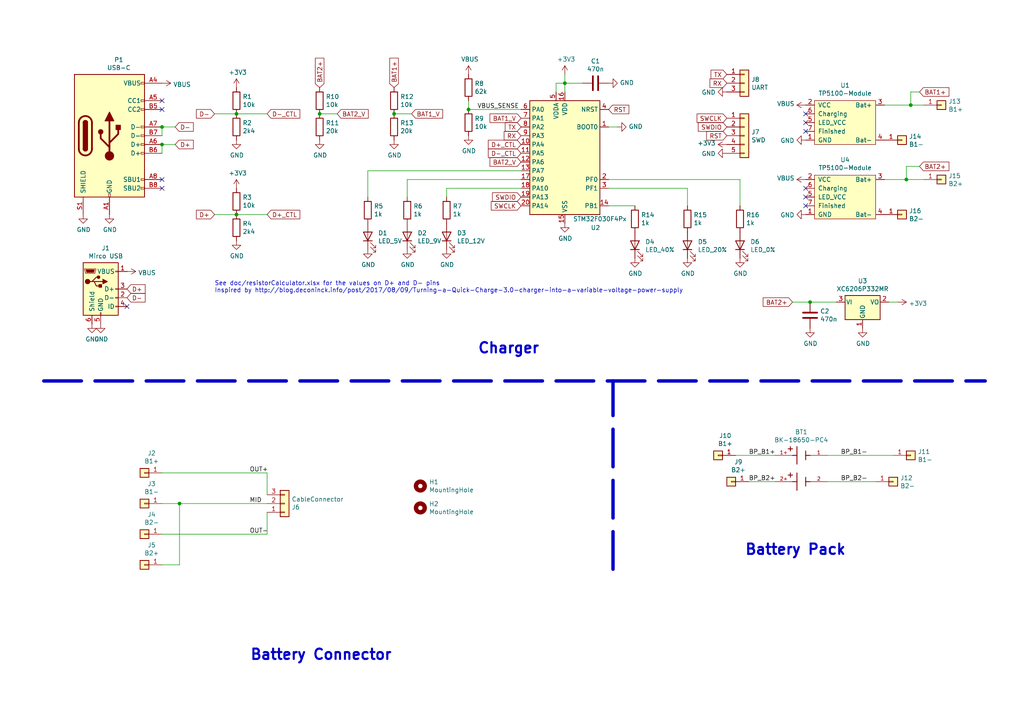
<source format=kicad_sch>
(kicad_sch (version 20211123) (generator eeschema)
  (paper "A4")
  (lib_symbols
    (symbol "Connector:USB_B_Micro" (pin_names (offset 1.016))
      (property "Reference" "J" (at -5.08 11.43 0))
      (property "Value" "USB_B_Micro" (at -5.08 8.89 0))
      (symbol "USB_B_Micro_0_1"
        (rectangle (start -5.08 -7.62) (end 5.08 7.62) (stroke (width 0.254)) (fill (type background)))
        (circle (center -3.81 2.159) (radius 0.635) (stroke (width 0.254)) (fill (type outline)))
        (circle (center -0.635 3.429) (radius 0.381) (stroke (width 0.254)) (fill (type outline)))
        (rectangle (start -0.127 -7.62) (end 0.127 -6.858))
        (polyline (pts (xy -1.905 2.159) (xy 0.635 2.159)) (stroke (width 0.254)))
        (polyline (pts (xy -3.175 2.159) (xy -2.54 2.159) (xy -1.27 3.429) (xy -0.635 3.429)) (stroke (width 0.254)))
        (polyline (pts (xy -2.54 2.159) (xy -1.905 2.159) (xy -1.27 0.889) (xy 0 0.889)) (stroke (width 0.254)))
        (polyline (pts (xy 0.635 2.794) (xy 0.635 1.524) (xy 1.905 2.159) (xy 0.635 2.794)) (stroke (width 0.254)) (fill (type outline)))
        (polyline (pts (xy -4.318 5.588) (xy -1.778 5.588) (xy -2.032 4.826) (xy -4.064 4.826) (xy -4.318 5.588)) (fill (type outline)))
        (polyline (pts (xy -4.699 5.842) (xy -4.699 5.588) (xy -4.445 4.826) (xy -4.445 4.572) (xy -1.651 4.572) (xy -1.651 4.826) (xy -1.397 5.588) (xy -1.397 5.842) (xy -4.699 5.842)))
        (rectangle (start 0.254 1.27) (end -0.508 0.508) (stroke (width 0.254)) (fill (type outline)))
        (rectangle (start 5.08 -5.207) (end 4.318 -4.953))
        (rectangle (start 5.08 -2.667) (end 4.318 -2.413))
        (rectangle (start 5.08 -0.127) (end 4.318 0.127))
        (rectangle (start 5.08 4.953) (end 4.318 5.207))
      )
      (symbol "USB_B_Micro_1_1"
        (pin power_out line (at 7.62 5.08 180) (length 2.54) (name "VBUS") (number "1"))
        (pin bidirectional line (at 7.62 -2.54 180) (length 2.54) (name "D-") (number "2"))
        (pin bidirectional line (at 7.62 0 180) (length 2.54) (name "D+") (number "3"))
        (pin passive line (at 7.62 -5.08 180) (length 2.54) (name "ID") (number "4"))
        (pin power_out line (at 0 -10.16 90) (length 2.54) (name "GND") (number "5"))
        (pin passive line (at -2.54 -10.16 90) (length 2.54) (name "Shield") (number "6"))
      )
    )
    (symbol "Connector:USB_C_Receptacle_USB2.0" (pin_names (offset 1.016))
      (property "Reference" "J" (at -10.16 19.05 0))
      (property "Value" "USB_C_Receptacle_USB2.0" (at 19.05 19.05 0))
      (symbol "USB_C_Receptacle_USB2.0_0_0"
        (rectangle (start -0.254 -17.78) (end 0.254 -16.764))
        (rectangle (start 10.16 -14.986) (end 9.144 -15.494))
        (rectangle (start 10.16 -12.446) (end 9.144 -12.954))
        (rectangle (start 10.16 -4.826) (end 9.144 -5.334))
        (rectangle (start 10.16 -2.286) (end 9.144 -2.794))
        (rectangle (start 10.16 0.254) (end 9.144 -0.254))
        (rectangle (start 10.16 2.794) (end 9.144 2.286))
        (rectangle (start 10.16 7.874) (end 9.144 7.366))
        (rectangle (start 10.16 10.414) (end 9.144 9.906))
        (rectangle (start 10.16 15.494) (end 9.144 14.986))
      )
      (symbol "USB_C_Receptacle_USB2.0_0_1"
        (rectangle (start -10.16 17.78) (end 10.16 -17.78) (stroke (width 0.254)) (fill (type background)))
        (arc (start -8.89 -3.81) (mid -6.985 -5.715) (end -5.08 -3.81) (stroke (width 0.508)))
        (arc (start -7.62 -3.81) (mid -6.985 -4.445) (end -6.35 -3.81) (stroke (width 0.254)))
        (arc (start -7.62 -3.81) (mid -6.985 -4.445) (end -6.35 -3.81) (stroke (width 0.254)) (fill (type outline)))
        (rectangle (start -7.62 -3.81) (end -6.35 3.81) (stroke (width 0.254)) (fill (type outline)))
        (arc (start -6.35 3.81) (mid -6.985 4.445) (end -7.62 3.81) (stroke (width 0.254)))
        (arc (start -6.35 3.81) (mid -6.985 4.445) (end -7.62 3.81) (stroke (width 0.254)) (fill (type outline)))
        (arc (start -5.08 3.81) (mid -6.985 5.715) (end -8.89 3.81) (stroke (width 0.508)))
        (circle (center -2.54 1.143) (radius 0.635) (stroke (width 0.254)) (fill (type outline)))
        (circle (center 0 -5.842) (radius 1.27) (fill (type outline)))
        (polyline (pts (xy -8.89 -3.81) (xy -8.89 3.81)) (stroke (width 0.508)))
        (polyline (pts (xy -5.08 3.81) (xy -5.08 -3.81)) (stroke (width 0.508)))
        (polyline (pts (xy 0 -5.842) (xy 0 4.318)) (stroke (width 0.508)))
        (polyline (pts (xy 0 -3.302) (xy -2.54 -0.762) (xy -2.54 0.508)) (stroke (width 0.508)))
        (polyline (pts (xy 0 -2.032) (xy 2.54 0.508) (xy 2.54 1.778)) (stroke (width 0.508)))
        (polyline (pts (xy -1.27 4.318) (xy 0 6.858) (xy 1.27 4.318) (xy -1.27 4.318)) (stroke (width 0.254)) (fill (type outline)))
        (rectangle (start 1.905 1.778) (end 3.175 3.048) (stroke (width 0.254)) (fill (type outline)))
      )
      (symbol "USB_C_Receptacle_USB2.0_1_1"
        (pin passive line (at 0 -22.86 90) (length 5.08) (name "GND") (number "A1"))
        (pin passive line (at 0 -22.86 90) (length 5.08) hide (name "GND") (number "A12"))
        (pin passive line (at 15.24 15.24 180) (length 5.08) (name "VBUS") (number "A4"))
        (pin bidirectional line (at 15.24 10.16 180) (length 5.08) (name "CC1") (number "A5"))
        (pin bidirectional line (at 15.24 -2.54 180) (length 5.08) (name "D+") (number "A6"))
        (pin bidirectional line (at 15.24 2.54 180) (length 5.08) (name "D-") (number "A7"))
        (pin bidirectional line (at 15.24 -12.7 180) (length 5.08) (name "SBU1") (number "A8"))
        (pin passive line (at 15.24 15.24 180) (length 5.08) hide (name "VBUS") (number "A9"))
        (pin passive line (at 0 -22.86 90) (length 5.08) hide (name "GND") (number "B1"))
        (pin passive line (at 0 -22.86 90) (length 5.08) hide (name "GND") (number "B12"))
        (pin passive line (at 15.24 15.24 180) (length 5.08) hide (name "VBUS") (number "B4"))
        (pin bidirectional line (at 15.24 7.62 180) (length 5.08) (name "CC2") (number "B5"))
        (pin bidirectional line (at 15.24 -5.08 180) (length 5.08) (name "D+") (number "B6"))
        (pin bidirectional line (at 15.24 0 180) (length 5.08) (name "D-") (number "B7"))
        (pin bidirectional line (at 15.24 -15.24 180) (length 5.08) (name "SBU2") (number "B8"))
        (pin passive line (at 15.24 15.24 180) (length 5.08) hide (name "VBUS") (number "B9"))
        (pin passive line (at -7.62 -22.86 90) (length 5.08) (name "SHIELD") (number "S1"))
      )
    )
    (symbol "Connector_Generic:Conn_01x01" (pin_names (offset 1.016) hide)
      (property "Reference" "J" (at 0 2.54 0))
      (property "Value" "Conn_01x01" (at 0 -2.54 0))
      (symbol "Conn_01x01_1_1"
        (rectangle (start -1.27 0.127) (end 0 -0.127) (stroke (width 0.1524)))
        (rectangle (start -1.27 1.27) (end 1.27 -1.27) (stroke (width 0.254)) (fill (type background)))
        (pin passive line (at -5.08 0 0) (length 3.81) (name "Pin_1") (number "1"))
      )
    )
    (symbol "Connector_Generic:Conn_01x03" (pin_names (offset 1.016) hide)
      (property "Reference" "J" (at 0 5.08 0))
      (property "Value" "Conn_01x03" (at 0 -5.08 0))
      (symbol "Conn_01x03_1_1"
        (rectangle (start -1.27 -2.413) (end 0 -2.667) (stroke (width 0.1524)))
        (rectangle (start -1.27 0.127) (end 0 -0.127) (stroke (width 0.1524)))
        (rectangle (start -1.27 2.667) (end 0 2.413) (stroke (width 0.1524)))
        (rectangle (start -1.27 3.81) (end 1.27 -3.81) (stroke (width 0.254)) (fill (type background)))
        (pin passive line (at -5.08 2.54 0) (length 3.81) (name "Pin_1") (number "1"))
        (pin passive line (at -5.08 0 0) (length 3.81) (name "Pin_2") (number "2"))
        (pin passive line (at -5.08 -2.54 0) (length 3.81) (name "Pin_3") (number "3"))
      )
    )
    (symbol "Connector_Generic:Conn_01x05" (pin_names (offset 1.016) hide)
      (property "Reference" "J" (at 0 7.62 0))
      (property "Value" "Conn_01x05" (at 0 -7.62 0))
      (symbol "Conn_01x05_1_1"
        (rectangle (start -1.27 -4.953) (end 0 -5.207) (stroke (width 0.1524)))
        (rectangle (start -1.27 -2.413) (end 0 -2.667) (stroke (width 0.1524)))
        (rectangle (start -1.27 0.127) (end 0 -0.127) (stroke (width 0.1524)))
        (rectangle (start -1.27 2.667) (end 0 2.413) (stroke (width 0.1524)))
        (rectangle (start -1.27 5.207) (end 0 4.953) (stroke (width 0.1524)))
        (rectangle (start -1.27 6.35) (end 1.27 -6.35) (stroke (width 0.254)) (fill (type background)))
        (pin passive line (at -5.08 5.08 0) (length 3.81) (name "Pin_1") (number "1"))
        (pin passive line (at -5.08 2.54 0) (length 3.81) (name "Pin_2") (number "2"))
        (pin passive line (at -5.08 0 0) (length 3.81) (name "Pin_3") (number "3"))
        (pin passive line (at -5.08 -2.54 0) (length 3.81) (name "Pin_4") (number "4"))
        (pin passive line (at -5.08 -5.08 0) (length 3.81) (name "Pin_5") (number "5"))
      )
    )
    (symbol "Device:C" (pin_numbers hide) (pin_names (offset 0.254))
      (property "Reference" "C" (at 0.635 2.54 0))
      (property "Value" "C" (at 0.635 -2.54 0))
      (symbol "C_0_1"
        (polyline (pts (xy -2.032 -0.762) (xy 2.032 -0.762)) (stroke (width 0.508)))
        (polyline (pts (xy -2.032 0.762) (xy 2.032 0.762)) (stroke (width 0.508)))
      )
      (symbol "C_1_1"
        (pin passive line (at 0 3.81 270) (length 2.794) (name "~") (number "1"))
        (pin passive line (at 0 -3.81 90) (length 2.794) (name "~") (number "2"))
      )
    )
    (symbol "Device:LED" (pin_numbers hide) (pin_names (offset 1.016) hide)
      (property "Reference" "D" (at 0 2.54 0))
      (property "Value" "LED" (at 0 -2.54 0))
      (symbol "LED_0_1"
        (polyline (pts (xy -1.27 -1.27) (xy -1.27 1.27)) (stroke (width 0.254)))
        (polyline (pts (xy -1.27 0) (xy 1.27 0)))
        (polyline (pts (xy 1.27 -1.27) (xy 1.27 1.27) (xy -1.27 0) (xy 1.27 -1.27)) (stroke (width 0.254)))
        (polyline (pts (xy -3.048 -0.762) (xy -4.572 -2.286) (xy -3.81 -2.286) (xy -4.572 -2.286) (xy -4.572 -1.524)))
        (polyline (pts (xy -1.778 -0.762) (xy -3.302 -2.286) (xy -2.54 -2.286) (xy -3.302 -2.286) (xy -3.302 -1.524)))
      )
      (symbol "LED_1_1"
        (pin passive line (at -3.81 0 0) (length 2.54) (name "K") (number "1"))
        (pin passive line (at 3.81 0 180) (length 2.54) (name "A") (number "2"))
      )
    )
    (symbol "Device:R" (pin_numbers hide) (pin_names (offset 0))
      (property "Reference" "R" (at 2.032 0 90))
      (property "Value" "R" (at 0 0 90))
      (symbol "R_0_1"
        (rectangle (start -1.016 -2.54) (end 1.016 2.54) (stroke (width 0.254)))
      )
      (symbol "R_1_1"
        (pin passive line (at 0 3.81 270) (length 1.27) (name "~") (number "1"))
        (pin passive line (at 0 -3.81 90) (length 1.27) (name "~") (number "2"))
      )
    )
    (symbol "MCU_ST_STM32F0:STM32F030F4Px"
      (property "Reference" "U" (at -10.16 16.51 0))
      (property "Value" "STM32F030F4Px" (at 5.08 16.51 0))
      (symbol "STM32F030F4Px_0_1"
        (rectangle (start -10.16 -17.78) (end 10.16 15.24) (stroke (width 0.254)) (fill (type background)))
      )
      (symbol "STM32F030F4Px_1_1"
        (pin input line (at -12.7 7.62 0) (length 2.54) (name "BOOT0") (number "1"))
        (pin bidirectional line (at 12.7 2.54 180) (length 2.54) (name "PA4") (number "10"))
        (pin bidirectional line (at 12.7 0 180) (length 2.54) (name "PA5") (number "11"))
        (pin bidirectional line (at 12.7 -2.54 180) (length 2.54) (name "PA6") (number "12"))
        (pin bidirectional line (at 12.7 -5.08 180) (length 2.54) (name "PA7") (number "13"))
        (pin bidirectional line (at -12.7 -15.24 0) (length 2.54) (name "PB1") (number "14"))
        (pin power_in line (at 0 -20.32 90) (length 2.54) (name "VSS") (number "15"))
        (pin power_in line (at 0 17.78 270) (length 2.54) (name "VDD") (number "16"))
        (pin bidirectional line (at 12.7 -7.62 180) (length 2.54) (name "PA9") (number "17"))
        (pin bidirectional line (at 12.7 -10.16 180) (length 2.54) (name "PA10") (number "18"))
        (pin bidirectional line (at 12.7 -12.7 180) (length 2.54) (name "PA13") (number "19"))
        (pin input line (at -12.7 -7.62 0) (length 2.54) (name "PF0") (number "2"))
        (pin bidirectional line (at 12.7 -15.24 180) (length 2.54) (name "PA14") (number "20"))
        (pin input line (at -12.7 -10.16 0) (length 2.54) (name "PF1") (number "3"))
        (pin input line (at -12.7 12.7 0) (length 2.54) (name "NRST") (number "4"))
        (pin power_in line (at 2.54 17.78 270) (length 2.54) (name "VDDA") (number "5"))
        (pin bidirectional line (at 12.7 12.7 180) (length 2.54) (name "PA0") (number "6"))
        (pin bidirectional line (at 12.7 10.16 180) (length 2.54) (name "PA1") (number "7"))
        (pin bidirectional line (at 12.7 7.62 180) (length 2.54) (name "PA2") (number "8"))
        (pin bidirectional line (at 12.7 5.08 180) (length 2.54) (name "PA3") (number "9"))
      )
    )
    (symbol "Mechanical:MountingHole" (pin_names (offset 1.016))
      (property "Reference" "H" (at 0 5.08 0))
      (property "Value" "MountingHole" (at 0 3.175 0))
      (symbol "MountingHole_0_1"
        (circle (center 0 0) (radius 1.27) (stroke (width 1.27)))
      )
    )
    (symbol "Regulator_Linear:XC6206PxxxMR" (pin_names (offset 0.254))
      (property "Reference" "U" (at -3.81 3.175 0))
      (property "Value" "XC6206PxxxMR" (at 0 3.175 0))
      (symbol "XC6206PxxxMR_0_1"
        (rectangle (start -5.08 1.905) (end 5.08 -5.08) (stroke (width 0.254)) (fill (type background)))
      )
      (symbol "XC6206PxxxMR_1_1"
        (pin power_in line (at 0 -7.62 90) (length 2.54) (name "GND") (number "1"))
        (pin power_out line (at 7.62 0 180) (length 2.54) (name "VO") (number "2"))
        (pin power_in line (at -7.62 0 0) (length 2.54) (name "VI") (number "3"))
      )
    )
    (symbol "batteryPack:BK-18650-PC4" (pin_names (offset 1.016) hide)
      (property "Reference" "BT" (at -3.81 6.35 0))
      (property "Value" "BK-18650-PC4" (at -3.81 -10.16 0))
      (symbol "BK-18650-PC4_0_0"
        (polyline (pts (xy -3.81 -3.175) (xy -2.54 -3.175)) (stroke (width 0.254)))
        (polyline (pts (xy -3.81 4.445) (xy -2.54 4.445)) (stroke (width 0.254)))
        (polyline (pts (xy -3.175 -2.54) (xy -3.175 -3.81)) (stroke (width 0.254)))
        (polyline (pts (xy -3.175 5.08) (xy -3.175 3.81)) (stroke (width 0.254)))
        (polyline (pts (xy -1.27 -5.08) (xy -2.54 -5.08)) (stroke (width 0.254)))
        (polyline (pts (xy -1.27 -5.08) (xy -1.27 -7.62)) (stroke (width 0.254)))
        (polyline (pts (xy -1.27 -2.54) (xy -1.27 -5.08)) (stroke (width 0.254)))
        (polyline (pts (xy -1.27 2.54) (xy -2.54 2.54)) (stroke (width 0.254)))
        (polyline (pts (xy -1.27 2.54) (xy -1.27 0)) (stroke (width 0.254)))
        (polyline (pts (xy -1.27 5.08) (xy -1.27 2.54)) (stroke (width 0.254)))
        (polyline (pts (xy 1.27 -5.08) (xy 1.27 -6.35)) (stroke (width 0.254)))
        (polyline (pts (xy 1.27 -5.08) (xy 2.54 -5.08)) (stroke (width 0.254)))
        (polyline (pts (xy 1.27 -3.81) (xy 1.27 -5.08)) (stroke (width 0.254)))
        (polyline (pts (xy 1.27 2.54) (xy 1.27 1.27)) (stroke (width 0.254)))
        (polyline (pts (xy 1.27 2.54) (xy 2.54 2.54)) (stroke (width 0.254)))
        (polyline (pts (xy 1.27 3.81) (xy 1.27 2.54)) (stroke (width 0.254)))
        (pin passive line (at 7.62 2.54 180) (length 5.08) (name "1-") (number "1"))
        (pin passive line (at -7.62 2.54 0) (length 5.08) (name "1+") (number "1+"))
        (pin passive line (at 7.62 -5.08 180) (length 5.08) (name "2-") (number "2"))
        (pin passive line (at -7.62 -5.08 0) (length 5.08) (name "2+") (number "2+"))
      )
    )
    (symbol "batteryPack:TP5100-Module" (pin_names (offset 1.016))
      (property "Reference" "U" (at 0 7.62 0))
      (property "Value" "TP5100-Module" (at 0 -7.62 0))
      (symbol "TP5100-Module_0_1"
        (rectangle (start 8.89 6.35) (end -8.89 -6.35) (fill (type background)))
      )
      (symbol "TP5100-Module_1_0"
        (pin power_out line (at 11.43 -5.08 180) (length 2.54) (name "Bat-") (number "4"))
      )
      (symbol "TP5100-Module_1_1"
        (pin power_in line (at -11.43 -5.08 0) (length 2.54) (name "GND") (number "1"))
        (pin power_in line (at -11.43 5.08 0) (length 2.54) (name "VCC") (number "2"))
        (pin power_out line (at 11.43 5.08 180) (length 2.54) (name "Bat+") (number "3"))
        (pin output line (at -11.43 0 0) (length 2.54) (name "LED_VCC") (number "5"))
        (pin open_collector line (at -11.43 2.54 0) (length 2.54) (name "Charging") (number "6"))
        (pin open_collector line (at -11.43 -2.54 0) (length 2.54) (name "Finished") (number "7"))
      )
    )
    (symbol "power:+3V3" (power) (pin_names (offset 0))
      (property "Value" "+3V3" (at 0 3.556 0))
      (symbol "+3V3_0_1"
        (polyline (pts (xy -0.762 1.27) (xy 0 2.54)))
        (polyline (pts (xy 0 0) (xy 0 2.54)))
        (polyline (pts (xy 0 2.54) (xy 0.762 1.27)))
      )
      (symbol "+3V3_1_1"
        (pin power_in line (at 0 0 90) (length 0) hide (name "+3V3") (number "1"))
      )
    )
    (symbol "power:GND" (power) (pin_names (offset 0))
      (property "Value" "GND" (at 0 -3.81 0))
      (symbol "GND_0_1"
        (polyline (pts (xy 0 0) (xy 0 -1.27) (xy 1.27 -1.27) (xy 0 -2.54) (xy -1.27 -1.27) (xy 0 -1.27)))
      )
      (symbol "GND_1_1"
        (pin power_in line (at 0 0 270) (length 0) hide (name "GND") (number "1"))
      )
    )
    (symbol "power:VBUS" (power) (pin_names (offset 0))
      (property "Value" "VBUS" (at 0 3.81 0))
      (symbol "VBUS_0_1"
        (polyline (pts (xy -0.762 1.27) (xy 0 2.54)))
        (polyline (pts (xy 0 0) (xy 0 2.54)))
        (polyline (pts (xy 0 2.54) (xy 0.762 1.27)))
      )
      (symbol "VBUS_1_1"
        (pin power_in line (at 0 0 90) (length 0) hide (name "VBUS") (number "1"))
      )
    )
  )
  (junction (at 114.3 33.02))
  (junction (at 262.89 52.07))
  (junction (at 234.95 87.63))
  (junction (at 46.99 36.83))
  (junction (at 92.71 33.02))
  (junction (at 46.99 41.91))
  (junction (at 52.07 146.05))
  (junction (at 68.58 62.23))
  (junction (at 68.58 33.02))
  (junction (at 163.83 24.13))
  (junction (at 264.16 30.48))
  (junction (at 135.89 31.75))
  (no_connect (at 46.99 52.07))
  (no_connect (at 233.68 35.56))
  (no_connect (at 233.68 38.1))
  (no_connect (at 233.68 33.02))
  (no_connect (at 233.68 54.61))
  (no_connect (at 46.99 54.61))
  (no_connect (at 46.99 31.75))
  (no_connect (at 46.99 29.21))
  (no_connect (at 233.68 59.69))
  (no_connect (at 233.68 57.15))
  (no_connect (at 36.83 88.9))
  (wire (pts (xy 266.7 48.26) (xy 262.89 48.26)))
  (wire (pts (xy 163.83 26.67) (xy 163.83 24.13)))
  (wire (pts (xy 106.68 49.53) (xy 106.68 57.15)))
  (wire (pts (xy 176.53 52.07) (xy 214.63 52.07)))
  (wire (pts (xy 151.13 49.53) (xy 106.68 49.53)))
  (wire (pts (xy 151.13 52.07) (xy 118.11 52.07)))
  (wire (pts (xy 46.99 154.94) (xy 77.47 154.94)))
  (wire (pts (xy 46.99 44.45) (xy 46.99 41.91)))
  (wire (pts (xy 46.99 39.37) (xy 46.99 36.83)))
  (wire (pts (xy 199.39 54.61) (xy 199.39 59.69)))
  (wire (pts (xy 163.83 21.59) (xy 163.83 24.13)))
  (wire (pts (xy 267.97 30.48) (xy 264.16 30.48)))
  (wire (pts (xy 262.89 48.26) (xy 262.89 52.07)))
  (wire (pts (xy 46.99 146.05) (xy 52.07 146.05)))
  (wire (pts (xy 163.83 24.13) (xy 161.29 24.13)))
  (wire (pts (xy 234.95 87.63) (xy 229.87 87.63)))
  (wire (pts (xy 224.79 139.7) (xy 217.17 139.7)))
  (wire (pts (xy 119.38 33.02) (xy 114.3 33.02)))
  (wire (pts (xy 118.11 52.07) (xy 118.11 57.15)))
  (wire (pts (xy 184.15 59.69) (xy 176.53 59.69)))
  (wire (pts (xy 97.79 33.02) (xy 92.71 33.02)))
  (wire (pts (xy 77.47 148.59) (xy 77.47 154.94)))
  (wire (pts (xy 77.47 146.05) (xy 52.07 146.05)))
  (wire (pts (xy 224.79 132.08) (xy 213.36 132.08)))
  (wire (pts (xy 68.58 62.23) (xy 77.47 62.23)))
  (wire (pts (xy 262.89 52.07) (xy 256.54 52.07)))
  (wire (pts (xy 242.57 87.63) (xy 234.95 87.63)))
  (wire (pts (xy 50.8 41.91) (xy 46.99 41.91)))
  (wire (pts (xy 214.63 52.07) (xy 214.63 59.69)))
  (wire (pts (xy 259.08 132.08) (xy 240.03 132.08)))
  (wire (pts (xy 77.47 137.16) (xy 77.47 143.51)))
  (wire (pts (xy 68.58 33.02) (xy 77.47 33.02)))
  (polyline (pts (xy 177.8 165.1) (xy 177.8 110.49)) (stroke (width 0.9906)))
  (wire (pts (xy 52.07 163.83) (xy 46.99 163.83)))
  (polyline (pts (xy 12.7 110.49) (xy 285.75 110.49)) (stroke (width 0.9906)))
  (wire (pts (xy 260.35 87.63) (xy 257.81 87.63)))
  (wire (pts (xy 264.16 26.67) (xy 264.16 30.48)))
  (wire (pts (xy 161.29 24.13) (xy 161.29 26.67)))
  (wire (pts (xy 135.89 31.75) (xy 151.13 31.75)))
  (wire (pts (xy 267.97 52.07) (xy 262.89 52.07)))
  (wire (pts (xy 168.91 24.13) (xy 163.83 24.13)))
  (wire (pts (xy 254 139.7) (xy 240.03 139.7)))
  (wire (pts (xy 179.07 36.83) (xy 176.53 36.83)))
  (wire (pts (xy 50.8 36.83) (xy 46.99 36.83)))
  (wire (pts (xy 266.7 26.67) (xy 264.16 26.67)))
  (wire (pts (xy 135.89 29.21) (xy 135.89 31.75)))
  (wire (pts (xy 52.07 146.05) (xy 52.07 163.83)))
  (wire (pts (xy 129.54 54.61) (xy 129.54 57.15)))
  (wire (pts (xy 151.13 54.61) (xy 129.54 54.61)))
  (wire (pts (xy 68.58 62.23) (xy 62.23 62.23)))
  (wire (pts (xy 264.16 30.48) (xy 256.54 30.48)))
  (wire (pts (xy 46.99 137.16) (xy 77.47 137.16)))
  (wire (pts (xy 176.53 54.61) (xy 199.39 54.61)))
  (wire (pts (xy 68.58 33.02) (xy 62.23 33.02)))
  (text "See doc/resistorCalculator.xlsx for the values on D+ and D- pins\nInspired by http://blog.deconinck.info/post/2017/08/09/Turning-a-Quick-Charge-3.0-charger-into-a-variable-voltage-power-supply" (at 62.23 85.09 0) (effects (font (size 1.27 1.27)) (justify left bottom)))
  (text "Battery Pack" (at 215.9 161.29 0) (effects (font (size 2.9972 2.9972) (thickness 0.5994) bold) (justify left bottom)))
  (text "Charger" (at 138.43 102.87 0) (effects (font (size 2.9972 2.9972) (thickness 0.5994) bold) (justify left bottom)))
  (text "Battery Connector" (at 72.39 191.77 0) (effects (font (size 2.9972 2.9972) (thickness 0.5994) bold) (justify left bottom)))
  (label "MID" (at 72.39 146.05 0))
  (label "OUT-" (at 72.39 154.94 0))
  (label "OUT+" (at 72.39 137.16 0))
  (label "BP_B1-" (at 243.84 132.08 0))
  (label "BP_B1+" (at 217.17 132.08 0))
  (label "BP_B2+" (at 217.17 139.7 0))
  (label "BP_B2-" (at 243.84 139.7 0))
  (label "VBUS_SENSE" (at 138.43 31.75 0))
  (global_label "BAT2+" (shape input) (at 92.71 25.4 90) (property "Referencias entre hojas" "${INTERSHEET_REFS}" (effects hide)))
  (global_label "D-" (shape input) (at 62.23 33.02 180) (property "Referencias entre hojas" "${INTERSHEET_REFS}" (effects hide)))
  (global_label "D-" (shape input) (at 36.83 86.36 0) (property "Referencias entre hojas" "${INTERSHEET_REFS}" (effects hide)))
  (global_label "D-_CTL" (shape input) (at 77.47 33.02 0) (property "Referencias entre hojas" "${INTERSHEET_REFS}" (effects hide)))
  (global_label "BAT2+" (shape input) (at 266.7 48.26 0) (property "Referencias entre hojas" "${INTERSHEET_REFS}" (effects hide)))
  (global_label "BAT2_V" (shape input) (at 97.79 33.02 0) (property "Referencias entre hojas" "${INTERSHEET_REFS}" (effects hide)))
  (global_label "D+" (shape input) (at 62.23 62.23 180) (property "Referencias entre hojas" "${INTERSHEET_REFS}" (effects hide)))
  (global_label "D+" (shape input) (at 36.83 83.82 0) (property "Referencias entre hojas" "${INTERSHEET_REFS}" (effects hide)))
  (global_label "SWCLK" (shape input) (at 151.13 59.69 180) (property "Referencias entre hojas" "${INTERSHEET_REFS}" (effects hide)))
  (global_label "SWDIO" (shape input) (at 210.82 36.83 180) (property "Referencias entre hojas" "${INTERSHEET_REFS}" (effects hide)))
  (global_label "SWCLK" (shape input) (at 210.82 34.29 180) (property "Referencias entre hojas" "${INTERSHEET_REFS}" (effects hide)))
  (global_label "BAT2_V" (shape input) (at 151.13 46.99 180) (property "Referencias entre hojas" "${INTERSHEET_REFS}" (effects hide)))
  (global_label "D+_CTL" (shape input) (at 77.47 62.23 0) (property "Referencias entre hojas" "${INTERSHEET_REFS}" (effects hide)))
  (global_label "RX" (shape input) (at 151.13 39.37 180) (property "Referencias entre hojas" "${INTERSHEET_REFS}" (effects hide)))
  (global_label "BAT1_V" (shape input) (at 119.38 33.02 0) (property "Referencias entre hojas" "${INTERSHEET_REFS}" (effects hide)))
  (global_label "TX" (shape input) (at 151.13 36.83 180) (property "Referencias entre hojas" "${INTERSHEET_REFS}" (effects hide)))
  (global_label "TX" (shape input) (at 210.82 21.59 180) (property "Referencias entre hojas" "${INTERSHEET_REFS}" (effects hide)))
  (global_label "SWDIO" (shape input) (at 151.13 57.15 180) (property "Referencias entre hojas" "${INTERSHEET_REFS}" (effects hide)))
  (global_label "D+_CTL" (shape input) (at 151.13 41.91 180) (property "Referencias entre hojas" "${INTERSHEET_REFS}" (effects hide)))
  (global_label "BAT1+" (shape input) (at 114.3 25.4 90) (property "Referencias entre hojas" "${INTERSHEET_REFS}" (effects hide)))
  (global_label "RST" (shape input) (at 210.82 39.37 180) (property "Referencias entre hojas" "${INTERSHEET_REFS}" (effects hide)))
  (global_label "D-_CTL" (shape input) (at 151.13 44.45 180) (property "Referencias entre hojas" "${INTERSHEET_REFS}" (effects hide)))
  (global_label "BAT1_V" (shape input) (at 151.13 34.29 180) (property "Referencias entre hojas" "${INTERSHEET_REFS}" (effects hide)))
  (global_label "D-" (shape input) (at 50.8 36.83 0) (property "Referencias entre hojas" "${INTERSHEET_REFS}" (effects hide)))
  (global_label "BAT1+" (shape input) (at 266.7 26.67 0) (property "Referencias entre hojas" "${INTERSHEET_REFS}" (effects hide)))
  (global_label "D+" (shape input) (at 50.8 41.91 0) (property "Referencias entre hojas" "${INTERSHEET_REFS}" (effects hide)))
  (global_label "RST" (shape input) (at 176.53 31.75 0) (property "Referencias entre hojas" "${INTERSHEET_REFS}" (effects hide)))
  (global_label "BAT2+" (shape input) (at 229.87 87.63 180) (property "Referencias entre hojas" "${INTERSHEET_REFS}" (effects hide)))
  (global_label "RX" (shape input) (at 210.82 24.13 180) (property "Referencias entre hojas" "${INTERSHEET_REFS}" (effects hide)))
  (symbol (lib_id "batteryPack:BK-18650-PC4") (at 232.41 134.62 0) (unit 1)
    (property "Reference" "BT1" (at 232.41 125.2982 0))
    (property "Value" "BK-18650-PC4" (at 232.41 127.6096 0))
    (property "Footprint" "BAT_BK-18650-PC4" (effects hide))
    (property "Datasheet" "Manufacturer Recommendations" (effects hide))
    (property "Pole4" "21.54 mm" (effects hide))
    (property "Pole5" "K" (effects hide))
    (property "Pole6" "MPD" (effects hide))
  )
  (symbol (lib_id "batteryPack:TP5100-Module") (at 245.11 35.56 0) (unit 1)
    (property "Reference" "U1" (at 245.11 24.765 0))
    (property "Value" "TP5100-Module" (at 245.11 27.0764 0))
    (property "Footprint" "batteryPack:TP5100-Module" (effects hide))
  )
  (symbol (lib_id "Connector_Generic:Conn_01x01") (at 208.28 132.08 180) (unit 1)
    (property "Reference" "J10" (at 210.3628 126.365 0))
    (property "Value" "B1+" (at 210.3628 128.6764 0))
    (property "Footprint" "batteryPack:2mm_Banana-Socket" (effects hide))
  )
  (symbol (lib_id "Connector_Generic:Conn_01x01") (at 212.09 139.7 180) (unit 1)
    (property "Reference" "J9" (at 214.1728 133.985 0))
    (property "Value" "B2+" (at 214.1728 136.2964 0))
    (property "Footprint" "batteryPack:2mm_Banana-Socket" (effects hide))
  )
  (symbol (lib_id "Connector_Generic:Conn_01x01") (at 264.16 132.08 0) (unit 1)
    (property "Reference" "J11" (at 266.192 131.0132 0) (effects (justify left)))
    (property "Value" "B1-" (at 266.192 133.3246 0) (effects (justify left)))
    (property "Footprint" "batteryPack:2mm_Banana-Socket" (effects hide))
  )
  (symbol (lib_id "Connector_Generic:Conn_01x01") (at 259.08 139.7 0) (unit 1)
    (property "Reference" "J12" (at 261.112 138.6332 0) (effects (justify left)))
    (property "Value" "B2-" (at 261.112 140.9446 0) (effects (justify left)))
    (property "Footprint" "batteryPack:2mm_Banana-Socket" (effects hide))
  )
  (symbol (lib_id "batteryPack:TP5100-Module") (at 245.11 57.15 0) (unit 1)
    (property "Reference" "U4" (at 245.11 46.355 0))
    (property "Value" "TP5100-Module" (at 245.11 48.6664 0))
    (property "Footprint" "batteryPack:TP5100-Module" (effects hide))
  )
  (symbol (lib_id "Connector:USB_C_Receptacle_USB2.0") (at 31.75 39.37 0) (unit 1)
    (property "Reference" "P1" (at 34.4678 17.3482 0))
    (property "Value" "USB-C" (at 34.4678 19.6596 0))
    (property "Footprint" "batteryPack:USB_C_Female-16Pin-HPJF" (effects hide))
    (property "Datasheet" "https://www.usb.org/sites/default/files/documents/usb_type-c.zip" (effects hide))
  )
  (symbol (lib_id "Connector_Generic:Conn_01x01") (at 273.05 30.48 0) (unit 1)
    (property "Reference" "J13" (at 275.082 29.4132 0) (effects (justify left)))
    (property "Value" "B1+" (at 275.082 31.7246 0) (effects (justify left)))
    (property "Footprint" "batteryPack:2mm_Banana-Plug" (effects hide))
  )
  (symbol (lib_id "Connector_Generic:Conn_01x01") (at 261.62 40.64 0) (unit 1)
    (property "Reference" "J14" (at 263.652 39.5732 0) (effects (justify left)))
    (property "Value" "B1-" (at 263.652 41.8846 0) (effects (justify left)))
    (property "Footprint" "batteryPack:2mm_Banana-Plug" (effects hide))
  )
  (symbol (lib_id "Connector_Generic:Conn_01x01") (at 273.05 52.07 0) (unit 1)
    (property "Reference" "J15" (at 275.082 51.0032 0) (effects (justify left)))
    (property "Value" "B2+" (at 275.082 53.3146 0) (effects (justify left)))
    (property "Footprint" "batteryPack:2mm_Banana-Plug" (effects hide))
  )
  (symbol (lib_id "Connector_Generic:Conn_01x01") (at 261.62 62.23 0) (unit 1)
    (property "Reference" "J16" (at 263.652 61.1632 0) (effects (justify left)))
    (property "Value" "B2-" (at 263.652 63.4746 0) (effects (justify left)))
    (property "Footprint" "batteryPack:2mm_Banana-Plug" (effects hide))
  )
  (symbol (lib_id "MCU_ST_STM32F0:STM32F030F4Px") (at 163.83 44.45 0) (mirror y) (unit 1)
    (property "Reference" "U2" (at 172.72 66.04 0))
    (property "Value" "STM32F030F4Px" (at 173.99 63.5 0))
    (property "Footprint" "Package_SO:TSSOP-20_4.4x6.5mm_P0.65mm" (effects hide))
    (property "Datasheet" "http://www.st.com/st-web-ui/static/active/en/resource/technical/document/datasheet/DM00088500.pdf" (effects hide))
  )
  (symbol (lib_id "power:GND") (at 31.75 62.23 0) (unit 1)
    (property "Reference" "#PWR0101" (effects hide))
    (property "Value" "GND" (at 31.877 66.6242 0))
  )
  (symbol (lib_id "power:GND") (at 233.68 62.23 270) (unit 1)
    (property "Reference" "#PWR0102" (effects hide))
    (property "Value" "GND" (at 230.4288 62.357 90) (effects (justify right)))
  )
  (symbol (lib_id "power:GND") (at 233.68 40.64 270) (unit 1)
    (property "Reference" "#PWR0103" (effects hide))
    (property "Value" "GND" (at 230.4288 40.767 90) (effects (justify right)))
  )
  (symbol (lib_id "power:VBUS") (at 233.68 30.48 90) (unit 1)
    (property "Reference" "#PWR0104" (effects hide))
    (property "Value" "VBUS" (at 230.4542 30.099 90) (effects (justify left)))
  )
  (symbol (lib_id "power:VBUS") (at 233.68 52.07 90) (unit 1)
    (property "Reference" "#PWR0105" (effects hide))
    (property "Value" "VBUS" (at 230.4542 51.689 90) (effects (justify left)))
  )
  (symbol (lib_id "power:VBUS") (at 46.99 24.13 270) (unit 1)
    (property "Reference" "#PWR0106" (effects hide))
    (property "Value" "VBUS" (at 50.2412 24.511 90) (effects (justify left)))
  )
  (symbol (lib_id "Connector:USB_B_Micro") (at 29.21 83.82 0) (unit 1)
    (property "Reference" "J1" (at 30.6578 71.9582 0))
    (property "Value" "Mirco USB" (at 30.6578 74.2696 0))
    (property "Footprint" "Connector_USB:USB_Micro-B_Wuerth_629105150521_CircularHoles" (effects hide))
  )
  (symbol (lib_id "power:GND") (at 24.13 62.23 0) (unit 1)
    (property "Reference" "#PWR0107" (effects hide))
    (property "Value" "GND" (at 24.257 66.6242 0))
  )
  (symbol (lib_id "power:GND") (at 29.21 93.98 0) (unit 1)
    (property "Reference" "#PWR0108" (effects hide))
    (property "Value" "GND" (at 29.337 98.3742 0))
  )
  (symbol (lib_id "power:GND") (at 26.67 93.98 0) (unit 1)
    (property "Reference" "#PWR0109" (effects hide))
    (property "Value" "GND" (at 26.797 98.3742 0))
  )
  (symbol (lib_id "power:VBUS") (at 36.83 78.74 270) (unit 1)
    (property "Reference" "#PWR0110" (effects hide))
    (property "Value" "VBUS" (at 40.0812 79.121 90) (effects (justify left)))
  )
  (symbol (lib_id "Connector_Generic:Conn_01x05") (at 215.9 39.37 0) (unit 1)
    (property "Reference" "J7" (at 217.932 38.3032 0) (effects (justify left)))
    (property "Value" "SWD" (at 217.932 40.6146 0) (effects (justify left)))
    (property "Footprint" "Connector_PinHeader_2.54mm:PinHeader_1x05_P2.54mm_Vertical" (effects hide))
  )
  (symbol (lib_id "Device:C") (at 172.72 24.13 270) (unit 1)
    (property "Reference" "C1" (at 172.72 17.7292 90))
    (property "Value" "470n" (at 172.72 20.0406 90))
    (property "Footprint" "Capacitor_SMD:C_0603_1608Metric_Pad1.05x0.95mm_HandSolder" (effects hide))
  )
  (symbol (lib_id "power:GND") (at 163.83 64.77 0) (unit 1)
    (property "Reference" "#PWR0111" (effects hide))
    (property "Value" "GND" (at 163.957 69.1642 0))
  )
  (symbol (lib_id "power:GND") (at 176.53 24.13 90) (unit 1)
    (property "Reference" "#PWR0112" (effects hide))
    (property "Value" "GND" (at 179.7812 24.003 90) (effects (justify right)))
  )
  (symbol (lib_id "power:GND") (at 179.07 36.83 90) (unit 1)
    (property "Reference" "#PWR0113" (effects hide))
    (property "Value" "GND" (at 182.3212 36.703 90) (effects (justify right)))
  )
  (symbol (lib_id "power:+3V3") (at 163.83 21.59 0) (unit 1)
    (property "Reference" "#PWR0114" (effects hide))
    (property "Value" "+3V3" (at 164.211 17.1958 0))
  )
  (symbol (lib_id "power:+3V3") (at 210.82 41.91 90) (unit 1)
    (property "Reference" "#PWR0115" (effects hide))
    (property "Value" "+3V3" (at 207.5688 41.529 90) (effects (justify left)))
  )
  (symbol (lib_id "power:GND") (at 210.82 44.45 270) (unit 1)
    (property "Reference" "#PWR0116" (effects hide))
    (property "Value" "GND" (at 207.5688 44.577 90) (effects (justify right)))
  )
  (symbol (lib_id "Connector_Generic:Conn_01x03") (at 215.9 24.13 0) (unit 1)
    (property "Reference" "J8" (at 217.932 23.0632 0) (effects (justify left)))
    (property "Value" "UART" (at 217.932 25.3746 0) (effects (justify left)))
    (property "Footprint" "Connector_PinHeader_2.54mm:PinHeader_1x03_P2.54mm_Vertical" (effects hide))
  )
  (symbol (lib_id "power:GND") (at 210.82 26.67 270) (unit 1)
    (property "Reference" "#PWR0117" (effects hide))
    (property "Value" "GND" (at 207.5688 26.797 90) (effects (justify right)))
  )
  (symbol (lib_id "Device:R") (at 135.89 25.4 0) (unit 1)
    (property "Reference" "R8" (at 137.668 24.2316 0) (effects (justify left)))
    (property "Value" "62k" (at 137.668 26.543 0) (effects (justify left)))
    (property "Footprint" "Resistor_SMD:R_0603_1608Metric_Pad1.05x0.95mm_HandSolder" (effects hide))
  )
  (symbol (lib_id "Device:R") (at 135.89 35.56 0) (unit 1)
    (property "Reference" "R9" (at 137.668 34.3916 0) (effects (justify left)))
    (property "Value" "10k" (at 137.668 36.703 0) (effects (justify left)))
    (property "Footprint" "Resistor_SMD:R_0603_1608Metric_Pad1.05x0.95mm_HandSolder" (effects hide))
  )
  (symbol (lib_id "power:VBUS") (at 135.89 21.59 0) (unit 1)
    (property "Reference" "#PWR0118" (effects hide))
    (property "Value" "VBUS" (at 136.271 17.1958 0))
  )
  (symbol (lib_id "power:GND") (at 135.89 39.37 0) (unit 1)
    (property "Reference" "#PWR0119" (effects hide))
    (property "Value" "GND" (at 136.017 43.7642 0))
  )
  (symbol (lib_id "Device:LED") (at 106.68 68.58 90) (unit 1)
    (property "Reference" "D1" (at 109.6772 67.5894 90) (effects (justify right)))
    (property "Value" "LED_5V" (at 109.6772 69.9008 90) (effects (justify right)))
    (property "Footprint" "LED_SMD:LED_0603_1608Metric_Pad1.05x0.95mm_HandSolder" (effects hide))
  )
  (symbol (lib_id "Device:LED") (at 118.11 68.58 90) (unit 1)
    (property "Reference" "D2" (at 121.1072 67.5894 90) (effects (justify right)))
    (property "Value" "LED_9V" (at 121.1072 69.9008 90) (effects (justify right)))
    (property "Footprint" "LED_SMD:LED_0603_1608Metric_Pad1.05x0.95mm_HandSolder" (effects hide))
  )
  (symbol (lib_id "Device:LED") (at 129.54 68.58 90) (unit 1)
    (property "Reference" "D3" (at 132.5372 67.5894 90) (effects (justify right)))
    (property "Value" "LED_12V" (at 132.5372 69.9008 90) (effects (justify right)))
    (property "Footprint" "LED_SMD:LED_0603_1608Metric_Pad1.05x0.95mm_HandSolder" (effects hide))
  )
  (symbol (lib_id "power:GND") (at 106.68 72.39 0) (unit 1)
    (property "Reference" "#PWR0120" (effects hide))
    (property "Value" "GND" (at 106.807 76.7842 0))
  )
  (symbol (lib_id "power:GND") (at 118.11 72.39 0) (unit 1)
    (property "Reference" "#PWR0121" (effects hide))
    (property "Value" "GND" (at 118.237 76.7842 0))
  )
  (symbol (lib_id "power:GND") (at 129.54 72.39 0) (unit 1)
    (property "Reference" "#PWR0122" (effects hide))
    (property "Value" "GND" (at 129.667 76.7842 0))
  )
  (symbol (lib_id "Device:R") (at 106.68 60.96 0) (unit 1)
    (property "Reference" "R5" (at 108.458 59.7916 0) (effects (justify left)))
    (property "Value" "1k" (at 108.458 62.103 0) (effects (justify left)))
    (property "Footprint" "Resistor_SMD:R_0603_1608Metric_Pad1.05x0.95mm_HandSolder" (effects hide))
  )
  (symbol (lib_id "Device:R") (at 118.11 60.96 0) (unit 1)
    (property "Reference" "R6" (at 119.888 59.7916 0) (effects (justify left)))
    (property "Value" "1k" (at 119.888 62.103 0) (effects (justify left)))
    (property "Footprint" "Resistor_SMD:R_0603_1608Metric_Pad1.05x0.95mm_HandSolder" (effects hide))
  )
  (symbol (lib_id "Device:R") (at 129.54 60.96 0) (unit 1)
    (property "Reference" "R7" (at 131.318 59.7916 0) (effects (justify left)))
    (property "Value" "1k" (at 131.318 62.103 0) (effects (justify left)))
    (property "Footprint" "Resistor_SMD:R_0603_1608Metric_Pad1.05x0.95mm_HandSolder" (effects hide))
  )
  (symbol (lib_id "Device:R") (at 68.58 29.21 0) (unit 1)
    (property "Reference" "R1" (at 70.358 28.0416 0) (effects (justify left)))
    (property "Value" "10k" (at 70.358 30.353 0) (effects (justify left)))
    (property "Footprint" "Resistor_SMD:R_0603_1608Metric_Pad1.05x0.95mm_HandSolder" (effects hide))
  )
  (symbol (lib_id "Device:R") (at 68.58 36.83 0) (unit 1)
    (property "Reference" "R2" (at 70.358 35.6616 0) (effects (justify left)))
    (property "Value" "2k4" (at 70.358 37.973 0) (effects (justify left)))
    (property "Footprint" "Resistor_SMD:R_0603_1608Metric_Pad1.05x0.95mm_HandSolder" (effects hide))
  )
  (symbol (lib_id "power:GND") (at 68.58 40.64 0) (unit 1)
    (property "Reference" "#PWR0123" (effects hide))
    (property "Value" "GND" (at 68.707 45.0342 0))
  )
  (symbol (lib_id "power:+3V3") (at 68.58 25.4 0) (unit 1)
    (property "Reference" "#PWR0124" (effects hide))
    (property "Value" "+3V3" (at 68.961 21.0058 0))
  )
  (symbol (lib_id "Device:R") (at 68.58 58.42 0) (unit 1)
    (property "Reference" "R3" (at 70.358 57.2516 0) (effects (justify left)))
    (property "Value" "10k" (at 70.358 59.563 0) (effects (justify left)))
    (property "Footprint" "Resistor_SMD:R_0603_1608Metric_Pad1.05x0.95mm_HandSolder" (effects hide))
  )
  (symbol (lib_id "Device:R") (at 68.58 66.04 0) (unit 1)
    (property "Reference" "R4" (at 70.358 64.8716 0) (effects (justify left)))
    (property "Value" "2k4" (at 70.358 67.183 0) (effects (justify left)))
    (property "Footprint" "Resistor_SMD:R_0603_1608Metric_Pad1.05x0.95mm_HandSolder" (effects hide))
  )
  (symbol (lib_id "power:GND") (at 68.58 69.85 0) (unit 1)
    (property "Reference" "#PWR0125" (effects hide))
    (property "Value" "GND" (at 68.707 74.2442 0))
  )
  (symbol (lib_id "power:+3V3") (at 68.58 54.61 0) (unit 1)
    (property "Reference" "#PWR0126" (effects hide))
    (property "Value" "+3V3" (at 68.961 50.2158 0))
  )
  (symbol (lib_id "power:GND") (at 250.19 95.25 0) (unit 1)
    (property "Reference" "#PWR0127" (effects hide))
    (property "Value" "GND" (at 250.317 99.6442 0))
  )
  (symbol (lib_id "Device:C") (at 234.95 91.44 180) (unit 1)
    (property "Reference" "C2" (at 237.871 90.2716 0) (effects (justify right)))
    (property "Value" "470n" (at 237.871 92.583 0) (effects (justify right)))
    (property "Footprint" "Capacitor_SMD:C_0603_1608Metric_Pad1.05x0.95mm_HandSolder" (effects hide))
  )
  (symbol (lib_id "power:+3V3") (at 260.35 87.63 270) (unit 1)
    (property "Reference" "#PWR0129" (effects hide))
    (property "Value" "+3V3" (at 263.6012 88.011 90) (effects (justify left)))
  )
  (symbol (lib_id "power:GND") (at 234.95 95.25 0) (unit 1)
    (property "Reference" "#PWR0130" (effects hide))
    (property "Value" "GND" (at 235.077 99.6442 0))
  )
  (symbol (lib_id "Connector_Generic:Conn_01x01") (at 41.91 146.05 180) (unit 1)
    (property "Reference" "J3" (at 43.9928 140.335 0))
    (property "Value" "B1-" (at 43.9928 142.6464 0))
    (property "Footprint" "batteryPack:2mm_Banana-Vertical" (effects hide))
  )
  (symbol (lib_id "Connector_Generic:Conn_01x01") (at 41.91 137.16 180) (unit 1)
    (property "Reference" "J2" (at 43.9928 131.445 0))
    (property "Value" "B1+" (at 43.9928 133.7564 0))
    (property "Footprint" "batteryPack:2mm_Banana-Vertical" (effects hide))
  )
  (symbol (lib_id "Connector_Generic:Conn_01x01") (at 41.91 154.94 180) (unit 1)
    (property "Reference" "J4" (at 43.9928 149.225 0))
    (property "Value" "B2-" (at 43.9928 151.5364 0))
    (property "Footprint" "batteryPack:2mm_Banana-Vertical" (effects hide))
  )
  (symbol (lib_id "Connector_Generic:Conn_01x01") (at 41.91 163.83 180) (unit 1)
    (property "Reference" "J5" (at 43.9928 158.115 0))
    (property "Value" "B2+" (at 43.9928 160.4264 0))
    (property "Footprint" "batteryPack:2mm_Banana-Vertical" (effects hide))
  )
  (symbol (lib_id "Mechanical:MountingHole") (at 121.92 140.97 0) (unit 1)
    (property "Reference" "H1" (at 124.46 139.8016 0) (effects (justify left)))
    (property "Value" "MountingHole" (at 124.46 142.113 0) (effects (justify left)))
    (property "Footprint" "MountingHole:MountingHole_3.2mm_M3" (effects hide))
  )
  (symbol (lib_id "Mechanical:MountingHole") (at 121.92 147.32 0) (unit 1)
    (property "Reference" "H2" (at 124.46 146.1516 0) (effects (justify left)))
    (property "Value" "MountingHole" (at 124.46 148.463 0) (effects (justify left)))
    (property "Footprint" "MountingHole:MountingHole_3.2mm_M3" (effects hide))
  )
  (symbol (lib_id "Connector_Generic:Conn_01x03") (at 82.55 146.05 0) (mirror x) (unit 1)
    (property "Reference" "J6" (at 84.582 147.1168 0) (effects (justify left)))
    (property "Value" "CableConnector" (at 84.582 144.8054 0) (effects (justify left)))
    (property "Footprint" "batteryPack:Terminal_1x03_P5.08mm_Horizontal" (effects hide))
  )
  (symbol (lib_id "Regulator_Linear:XC6206PxxxMR") (at 250.19 87.63 0) (unit 1)
    (property "Reference" "U3" (at 250.19 81.4832 0))
    (property "Value" "XC6206P332MR" (at 250.19 83.7946 0))
    (property "Footprint" "Package_TO_SOT_SMD:SOT-23" (effects hide))
    (property "Datasheet" "https://www.torexsemi.com/file/xc6206/XC6206.pdf" (effects hide))
  )
  (symbol (lib_id "Device:R") (at 114.3 29.21 0) (unit 1)
    (property "Reference" "R12" (at 116.078 28.0416 0) (effects (justify left)))
    (property "Value" "10k" (at 116.078 30.353 0) (effects (justify left)))
    (property "Footprint" "Resistor_SMD:R_0603_1608Metric_Pad1.05x0.95mm_HandSolder" (effects hide))
  )
  (symbol (lib_id "Device:R") (at 114.3 36.83 0) (unit 1)
    (property "Reference" "R13" (at 116.078 35.6616 0) (effects (justify left)))
    (property "Value" "20k" (at 116.078 37.973 0) (effects (justify left)))
    (property "Footprint" "Resistor_SMD:R_0603_1608Metric_Pad1.05x0.95mm_HandSolder" (effects hide))
  )
  (symbol (lib_id "power:GND") (at 114.3 40.64 0) (unit 1)
    (property "Reference" "#PWR0128" (effects hide))
    (property "Value" "GND" (at 114.427 45.0342 0))
  )
  (symbol (lib_id "Device:R") (at 92.71 29.21 0) (unit 1)
    (property "Reference" "R10" (at 94.488 28.0416 0) (effects (justify left)))
    (property "Value" "10k" (at 94.488 30.353 0) (effects (justify left)))
    (property "Footprint" "Resistor_SMD:R_0603_1608Metric_Pad1.05x0.95mm_HandSolder" (effects hide))
  )
  (symbol (lib_id "Device:R") (at 92.71 36.83 0) (unit 1)
    (property "Reference" "R11" (at 94.488 35.6616 0) (effects (justify left)))
    (property "Value" "20k" (at 94.488 37.973 0) (effects (justify left)))
    (property "Footprint" "Resistor_SMD:R_0603_1608Metric_Pad1.05x0.95mm_HandSolder" (effects hide))
  )
  (symbol (lib_id "power:GND") (at 92.71 40.64 0) (unit 1)
    (property "Reference" "#PWR0131" (effects hide))
    (property "Value" "GND" (at 92.837 45.0342 0))
  )
  (symbol (lib_id "Device:LED") (at 184.15 71.12 90) (unit 1)
    (property "Reference" "D4" (at 187.1472 70.1294 90) (effects (justify right)))
    (property "Value" "LED_40%" (at 187.1472 72.4408 90) (effects (justify right)))
    (property "Footprint" "LED_SMD:LED_0603_1608Metric_Pad1.05x0.95mm_HandSolder" (effects hide))
  )
  (symbol (lib_id "Device:LED") (at 199.39 71.12 90) (unit 1)
    (property "Reference" "D5" (at 202.3872 70.1294 90) (effects (justify right)))
    (property "Value" "LED_20%" (at 202.3872 72.4408 90) (effects (justify right)))
    (property "Footprint" "LED_SMD:LED_0603_1608Metric_Pad1.05x0.95mm_HandSolder" (effects hide))
  )
  (symbol (lib_id "Device:LED") (at 214.63 71.12 90) (unit 1)
    (property "Reference" "D6" (at 217.6272 70.1294 90) (effects (justify right)))
    (property "Value" "LED_0%" (at 217.6272 72.4408 90) (effects (justify right)))
    (property "Footprint" "LED_SMD:LED_0603_1608Metric_Pad1.05x0.95mm_HandSolder" (effects hide))
  )
  (symbol (lib_id "Device:R") (at 184.15 63.5 0) (unit 1)
    (property "Reference" "R14" (at 185.928 62.3316 0) (effects (justify left)))
    (property "Value" "1k" (at 185.928 64.643 0) (effects (justify left)))
    (property "Footprint" "Resistor_SMD:R_0603_1608Metric_Pad1.05x0.95mm_HandSolder" (effects hide))
  )
  (symbol (lib_id "Device:R") (at 199.39 63.5 0) (unit 1)
    (property "Reference" "R15" (at 201.168 62.3316 0) (effects (justify left)))
    (property "Value" "1k" (at 201.168 64.643 0) (effects (justify left)))
    (property "Footprint" "Resistor_SMD:R_0603_1608Metric_Pad1.05x0.95mm_HandSolder" (effects hide))
  )
  (symbol (lib_id "Device:R") (at 214.63 63.5 0) (unit 1)
    (property "Reference" "R16" (at 216.408 62.3316 0) (effects (justify left)))
    (property "Value" "1k" (at 216.408 64.643 0) (effects (justify left)))
    (property "Footprint" "Resistor_SMD:R_0603_1608Metric_Pad1.05x0.95mm_HandSolder" (effects hide))
  )
  (symbol (lib_id "power:GND") (at 184.15 74.93 0) (unit 1)
    (property "Reference" "#PWR0132" (effects hide))
    (property "Value" "GND" (at 184.277 79.3242 0))
  )
  (symbol (lib_id "power:GND") (at 199.39 74.93 0) (unit 1)
    (property "Reference" "#PWR0133" (effects hide))
    (property "Value" "GND" (at 199.517 79.3242 0))
  )
  (symbol (lib_id "power:GND") (at 214.63 74.93 0) (unit 1)
    (property "Reference" "#PWR0134" (effects hide))
    (property "Value" "GND" (at 214.757 79.3242 0))
  )
)
</source>
